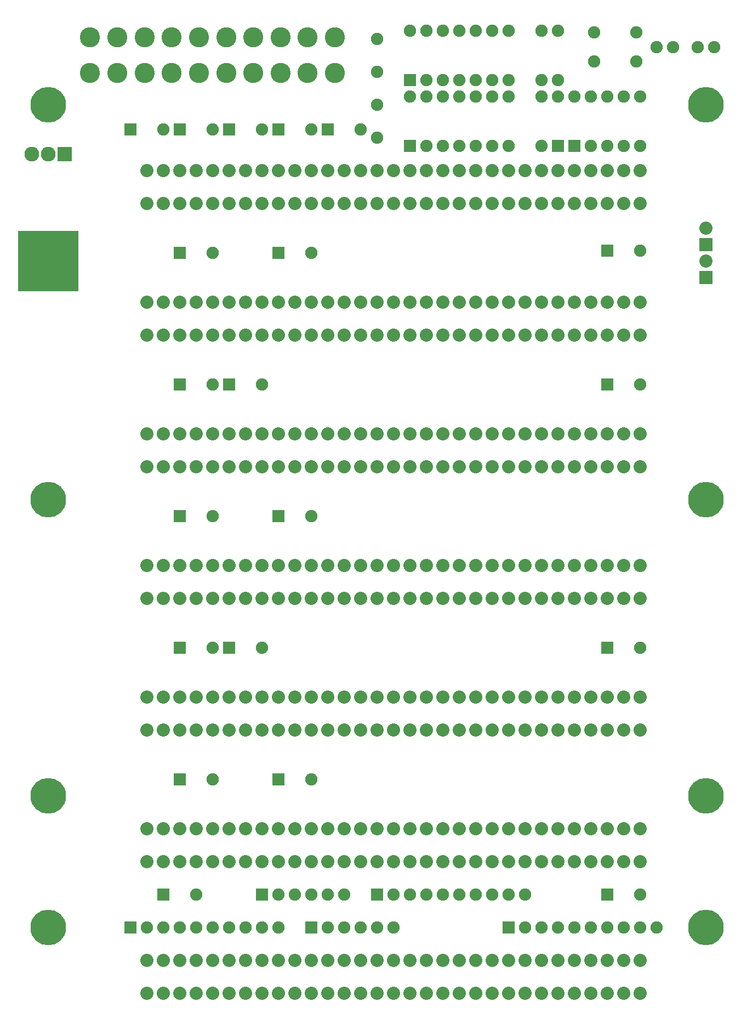
<source format=gbs>
G04 #@! TF.FileFunction,Soldermask,Bot*
%FSLAX46Y46*%
G04 Gerber Fmt 4.6, Leading zero omitted, Abs format (unit mm)*
G04 Created by KiCad (PCBNEW 4.0.1-stable) date 12/12/2017 1:59:10 PM*
%MOMM*%
G01*
G04 APERTURE LIST*
%ADD10C,0.150000*%
%ADD11R,1.905000X1.905000*%
%ADD12C,1.905000*%
%ADD13C,2.032000*%
%ADD14C,5.509260*%
%ADD15R,2.032000X2.032000*%
%ADD16C,3.108960*%
%ADD17C,1.907540*%
%ADD18R,2.286000X2.286000*%
%ADD19C,2.286000*%
%ADD20R,9.398000X9.398000*%
G04 APERTURE END LIST*
D10*
D11*
X116840000Y-71120000D03*
D12*
X119380000Y-71120000D03*
X121920000Y-71120000D03*
X124460000Y-71120000D03*
X127000000Y-71120000D03*
X129540000Y-71120000D03*
X132080000Y-71120000D03*
X132080000Y-63500000D03*
X129540000Y-63500000D03*
X127000000Y-63500000D03*
X124460000Y-63500000D03*
X121920000Y-63500000D03*
X119380000Y-63500000D03*
X116840000Y-63500000D03*
D13*
X76200000Y-80010000D03*
X78740000Y-80010000D03*
X81280000Y-80010000D03*
X83820000Y-80010000D03*
X86360000Y-80010000D03*
X88900000Y-80010000D03*
X91440000Y-80010000D03*
X93980000Y-80010000D03*
X96520000Y-80010000D03*
X99060000Y-80010000D03*
X101600000Y-80010000D03*
X104140000Y-80010000D03*
X106680000Y-80010000D03*
X109220000Y-80010000D03*
X111760000Y-80010000D03*
X114300000Y-80010000D03*
X116840000Y-80010000D03*
X119380000Y-80010000D03*
X121920000Y-80010000D03*
X124460000Y-80010000D03*
X127000000Y-80010000D03*
X129540000Y-80010000D03*
X132080000Y-80010000D03*
X134620000Y-80010000D03*
X137160000Y-80010000D03*
X139700000Y-80010000D03*
X142240000Y-80010000D03*
X144780000Y-80010000D03*
X147320000Y-80010000D03*
X149860000Y-80010000D03*
X152400000Y-80010000D03*
X76200000Y-74930000D03*
X78740000Y-74930000D03*
X81280000Y-74930000D03*
X83820000Y-74930000D03*
X86360000Y-74930000D03*
X88900000Y-74930000D03*
X91440000Y-74930000D03*
X93980000Y-74930000D03*
X96520000Y-74930000D03*
X99060000Y-74930000D03*
X101600000Y-74930000D03*
X104140000Y-74930000D03*
X106680000Y-74930000D03*
X109220000Y-74930000D03*
X111760000Y-74930000D03*
X114300000Y-74930000D03*
X116840000Y-74930000D03*
X119380000Y-74930000D03*
X121920000Y-74930000D03*
X124460000Y-74930000D03*
X127000000Y-74930000D03*
X129540000Y-74930000D03*
X132080000Y-74930000D03*
X134620000Y-74930000D03*
X137160000Y-74930000D03*
X139700000Y-74930000D03*
X142240000Y-74930000D03*
X144780000Y-74930000D03*
X147320000Y-74930000D03*
X149860000Y-74930000D03*
X152400000Y-74930000D03*
X76200000Y-100330000D03*
X78740000Y-100330000D03*
X81280000Y-100330000D03*
X83820000Y-100330000D03*
X86360000Y-100330000D03*
X88900000Y-100330000D03*
X91440000Y-100330000D03*
X93980000Y-100330000D03*
X96520000Y-100330000D03*
X99060000Y-100330000D03*
X101600000Y-100330000D03*
X104140000Y-100330000D03*
X106680000Y-100330000D03*
X109220000Y-100330000D03*
X111760000Y-100330000D03*
X114300000Y-100330000D03*
X116840000Y-100330000D03*
X119380000Y-100330000D03*
X121920000Y-100330000D03*
X124460000Y-100330000D03*
X127000000Y-100330000D03*
X129540000Y-100330000D03*
X132080000Y-100330000D03*
X134620000Y-100330000D03*
X137160000Y-100330000D03*
X139700000Y-100330000D03*
X142240000Y-100330000D03*
X144780000Y-100330000D03*
X147320000Y-100330000D03*
X149860000Y-100330000D03*
X152400000Y-100330000D03*
X76200000Y-95250000D03*
X78740000Y-95250000D03*
X81280000Y-95250000D03*
X83820000Y-95250000D03*
X86360000Y-95250000D03*
X88900000Y-95250000D03*
X91440000Y-95250000D03*
X93980000Y-95250000D03*
X96520000Y-95250000D03*
X99060000Y-95250000D03*
X101600000Y-95250000D03*
X104140000Y-95250000D03*
X106680000Y-95250000D03*
X109220000Y-95250000D03*
X111760000Y-95250000D03*
X114300000Y-95250000D03*
X116840000Y-95250000D03*
X119380000Y-95250000D03*
X121920000Y-95250000D03*
X124460000Y-95250000D03*
X127000000Y-95250000D03*
X129540000Y-95250000D03*
X132080000Y-95250000D03*
X134620000Y-95250000D03*
X137160000Y-95250000D03*
X139700000Y-95250000D03*
X142240000Y-95250000D03*
X144780000Y-95250000D03*
X147320000Y-95250000D03*
X149860000Y-95250000D03*
X152400000Y-95250000D03*
X76200000Y-120650000D03*
X78740000Y-120650000D03*
X81280000Y-120650000D03*
X83820000Y-120650000D03*
X86360000Y-120650000D03*
X88900000Y-120650000D03*
X91440000Y-120650000D03*
X93980000Y-120650000D03*
X96520000Y-120650000D03*
X99060000Y-120650000D03*
X101600000Y-120650000D03*
X104140000Y-120650000D03*
X106680000Y-120650000D03*
X109220000Y-120650000D03*
X111760000Y-120650000D03*
X114300000Y-120650000D03*
X116840000Y-120650000D03*
X119380000Y-120650000D03*
X121920000Y-120650000D03*
X124460000Y-120650000D03*
X127000000Y-120650000D03*
X129540000Y-120650000D03*
X132080000Y-120650000D03*
X134620000Y-120650000D03*
X137160000Y-120650000D03*
X139700000Y-120650000D03*
X142240000Y-120650000D03*
X144780000Y-120650000D03*
X147320000Y-120650000D03*
X149860000Y-120650000D03*
X152400000Y-120650000D03*
X76200000Y-115570000D03*
X78740000Y-115570000D03*
X81280000Y-115570000D03*
X83820000Y-115570000D03*
X86360000Y-115570000D03*
X88900000Y-115570000D03*
X91440000Y-115570000D03*
X93980000Y-115570000D03*
X96520000Y-115570000D03*
X99060000Y-115570000D03*
X101600000Y-115570000D03*
X104140000Y-115570000D03*
X106680000Y-115570000D03*
X109220000Y-115570000D03*
X111760000Y-115570000D03*
X114300000Y-115570000D03*
X116840000Y-115570000D03*
X119380000Y-115570000D03*
X121920000Y-115570000D03*
X124460000Y-115570000D03*
X127000000Y-115570000D03*
X129540000Y-115570000D03*
X132080000Y-115570000D03*
X134620000Y-115570000D03*
X137160000Y-115570000D03*
X139700000Y-115570000D03*
X142240000Y-115570000D03*
X144780000Y-115570000D03*
X147320000Y-115570000D03*
X149860000Y-115570000D03*
X152400000Y-115570000D03*
X76200000Y-140970000D03*
X78740000Y-140970000D03*
X81280000Y-140970000D03*
X83820000Y-140970000D03*
X86360000Y-140970000D03*
X88900000Y-140970000D03*
X91440000Y-140970000D03*
X93980000Y-140970000D03*
X96520000Y-140970000D03*
X99060000Y-140970000D03*
X101600000Y-140970000D03*
X104140000Y-140970000D03*
X106680000Y-140970000D03*
X109220000Y-140970000D03*
X111760000Y-140970000D03*
X114300000Y-140970000D03*
X116840000Y-140970000D03*
X119380000Y-140970000D03*
X121920000Y-140970000D03*
X124460000Y-140970000D03*
X127000000Y-140970000D03*
X129540000Y-140970000D03*
X132080000Y-140970000D03*
X134620000Y-140970000D03*
X137160000Y-140970000D03*
X139700000Y-140970000D03*
X142240000Y-140970000D03*
X144780000Y-140970000D03*
X147320000Y-140970000D03*
X149860000Y-140970000D03*
X152400000Y-140970000D03*
X76200000Y-135890000D03*
X78740000Y-135890000D03*
X81280000Y-135890000D03*
X83820000Y-135890000D03*
X86360000Y-135890000D03*
X88900000Y-135890000D03*
X91440000Y-135890000D03*
X93980000Y-135890000D03*
X96520000Y-135890000D03*
X99060000Y-135890000D03*
X101600000Y-135890000D03*
X104140000Y-135890000D03*
X106680000Y-135890000D03*
X109220000Y-135890000D03*
X111760000Y-135890000D03*
X114300000Y-135890000D03*
X116840000Y-135890000D03*
X119380000Y-135890000D03*
X121920000Y-135890000D03*
X124460000Y-135890000D03*
X127000000Y-135890000D03*
X129540000Y-135890000D03*
X132080000Y-135890000D03*
X134620000Y-135890000D03*
X137160000Y-135890000D03*
X139700000Y-135890000D03*
X142240000Y-135890000D03*
X144780000Y-135890000D03*
X147320000Y-135890000D03*
X149860000Y-135890000D03*
X152400000Y-135890000D03*
X76200000Y-161290000D03*
X78740000Y-161290000D03*
X81280000Y-161290000D03*
X83820000Y-161290000D03*
X86360000Y-161290000D03*
X88900000Y-161290000D03*
X91440000Y-161290000D03*
X93980000Y-161290000D03*
X96520000Y-161290000D03*
X99060000Y-161290000D03*
X101600000Y-161290000D03*
X104140000Y-161290000D03*
X106680000Y-161290000D03*
X109220000Y-161290000D03*
X111760000Y-161290000D03*
X114300000Y-161290000D03*
X116840000Y-161290000D03*
X119380000Y-161290000D03*
X121920000Y-161290000D03*
X124460000Y-161290000D03*
X127000000Y-161290000D03*
X129540000Y-161290000D03*
X132080000Y-161290000D03*
X134620000Y-161290000D03*
X137160000Y-161290000D03*
X139700000Y-161290000D03*
X142240000Y-161290000D03*
X144780000Y-161290000D03*
X147320000Y-161290000D03*
X149860000Y-161290000D03*
X152400000Y-161290000D03*
X76200000Y-156210000D03*
X78740000Y-156210000D03*
X81280000Y-156210000D03*
X83820000Y-156210000D03*
X86360000Y-156210000D03*
X88900000Y-156210000D03*
X91440000Y-156210000D03*
X93980000Y-156210000D03*
X96520000Y-156210000D03*
X99060000Y-156210000D03*
X101600000Y-156210000D03*
X104140000Y-156210000D03*
X106680000Y-156210000D03*
X109220000Y-156210000D03*
X111760000Y-156210000D03*
X114300000Y-156210000D03*
X116840000Y-156210000D03*
X119380000Y-156210000D03*
X121920000Y-156210000D03*
X124460000Y-156210000D03*
X127000000Y-156210000D03*
X129540000Y-156210000D03*
X132080000Y-156210000D03*
X134620000Y-156210000D03*
X137160000Y-156210000D03*
X139700000Y-156210000D03*
X142240000Y-156210000D03*
X144780000Y-156210000D03*
X147320000Y-156210000D03*
X149860000Y-156210000D03*
X152400000Y-156210000D03*
X76200000Y-181610000D03*
X78740000Y-181610000D03*
X81280000Y-181610000D03*
X83820000Y-181610000D03*
X86360000Y-181610000D03*
X88900000Y-181610000D03*
X91440000Y-181610000D03*
X93980000Y-181610000D03*
X96520000Y-181610000D03*
X99060000Y-181610000D03*
X101600000Y-181610000D03*
X104140000Y-181610000D03*
X106680000Y-181610000D03*
X109220000Y-181610000D03*
X111760000Y-181610000D03*
X114300000Y-181610000D03*
X116840000Y-181610000D03*
X119380000Y-181610000D03*
X121920000Y-181610000D03*
X124460000Y-181610000D03*
X127000000Y-181610000D03*
X129540000Y-181610000D03*
X132080000Y-181610000D03*
X134620000Y-181610000D03*
X137160000Y-181610000D03*
X139700000Y-181610000D03*
X142240000Y-181610000D03*
X144780000Y-181610000D03*
X147320000Y-181610000D03*
X149860000Y-181610000D03*
X152400000Y-181610000D03*
X76200000Y-176530000D03*
X78740000Y-176530000D03*
X81280000Y-176530000D03*
X83820000Y-176530000D03*
X86360000Y-176530000D03*
X88900000Y-176530000D03*
X91440000Y-176530000D03*
X93980000Y-176530000D03*
X96520000Y-176530000D03*
X99060000Y-176530000D03*
X101600000Y-176530000D03*
X104140000Y-176530000D03*
X106680000Y-176530000D03*
X109220000Y-176530000D03*
X111760000Y-176530000D03*
X114300000Y-176530000D03*
X116840000Y-176530000D03*
X119380000Y-176530000D03*
X121920000Y-176530000D03*
X124460000Y-176530000D03*
X127000000Y-176530000D03*
X129540000Y-176530000D03*
X132080000Y-176530000D03*
X134620000Y-176530000D03*
X137160000Y-176530000D03*
X139700000Y-176530000D03*
X142240000Y-176530000D03*
X144780000Y-176530000D03*
X147320000Y-176530000D03*
X149860000Y-176530000D03*
X152400000Y-176530000D03*
D11*
X73660000Y-68580000D03*
D12*
X78740000Y-68580000D03*
D11*
X147320000Y-87312500D03*
D12*
X152400000Y-87312500D03*
D11*
X81280000Y-107950000D03*
D12*
X86360000Y-107950000D03*
D11*
X147320000Y-107950000D03*
D12*
X152400000Y-107950000D03*
D11*
X81280000Y-148590000D03*
D12*
X86360000Y-148590000D03*
D11*
X147320000Y-148590000D03*
D12*
X152400000Y-148590000D03*
D11*
X78740000Y-186690000D03*
D12*
X83820000Y-186690000D03*
D11*
X147320000Y-186690000D03*
D12*
X152400000Y-186690000D03*
D11*
X96520000Y-87630000D03*
D12*
X101600000Y-87630000D03*
D11*
X96520000Y-128270000D03*
D12*
X101600000Y-128270000D03*
D11*
X96520000Y-168910000D03*
D12*
X101600000Y-168910000D03*
D11*
X88900000Y-107950000D03*
D12*
X93980000Y-107950000D03*
D11*
X88900000Y-148590000D03*
D12*
X93980000Y-148590000D03*
D11*
X81280000Y-87630000D03*
D12*
X86360000Y-87630000D03*
D11*
X81280000Y-128270000D03*
D12*
X86360000Y-128270000D03*
D11*
X81280000Y-168910000D03*
D12*
X86360000Y-168910000D03*
D11*
X104140000Y-68580000D03*
D12*
X109220000Y-68580000D03*
D11*
X88900000Y-68580000D03*
D12*
X93980000Y-68580000D03*
D11*
X96520000Y-68580000D03*
D12*
X101600000Y-68580000D03*
X157480000Y-55880000D03*
X154940000Y-55880000D03*
X163830000Y-55880000D03*
X161290000Y-55880000D03*
X139700000Y-63500000D03*
D11*
X139700000Y-71120000D03*
D12*
X142240000Y-63500000D03*
D11*
X142240000Y-71120000D03*
D14*
X60960000Y-171450000D03*
X60960000Y-125730000D03*
X162560000Y-64770000D03*
X162560000Y-191770000D03*
X162560000Y-171450000D03*
X162560000Y-125730000D03*
X60960000Y-191770000D03*
X60960000Y-64770000D03*
D15*
X162560000Y-86360000D03*
D13*
X162560000Y-83820000D03*
D16*
X88460580Y-59900820D03*
X84259420Y-59900820D03*
X80060800Y-59900820D03*
X75859640Y-59900820D03*
X71661020Y-59900820D03*
X67459860Y-59900820D03*
X105260140Y-54399180D03*
X101058980Y-54399180D03*
X96860360Y-54399180D03*
X92659200Y-54399180D03*
X88460580Y-54399180D03*
X84259420Y-54399180D03*
X80060800Y-54399180D03*
X75859640Y-54399180D03*
X71661020Y-54399180D03*
X67459860Y-54399180D03*
X92659200Y-59900820D03*
X96860360Y-59900820D03*
X101058980Y-59900820D03*
X105260140Y-59900820D03*
D12*
X147320000Y-71120000D03*
X147320000Y-63500000D03*
X144780000Y-71120000D03*
X144780000Y-63500000D03*
X137160000Y-71120000D03*
X137160000Y-63500000D03*
X149860000Y-71120000D03*
X149860000Y-63500000D03*
X137160000Y-53340000D03*
X137160000Y-60960000D03*
X139700000Y-53340000D03*
X139700000Y-60960000D03*
X152400000Y-63500000D03*
X152400000Y-71120000D03*
D11*
X132080000Y-191770000D03*
D12*
X134620000Y-191770000D03*
X137160000Y-191770000D03*
X139700000Y-191770000D03*
X142240000Y-191770000D03*
X144780000Y-191770000D03*
X147320000Y-191770000D03*
X149860000Y-191770000D03*
X152400000Y-191770000D03*
X154940000Y-191770000D03*
D11*
X111760000Y-186690000D03*
D12*
X114300000Y-186690000D03*
X116840000Y-186690000D03*
X119380000Y-186690000D03*
X121920000Y-186690000D03*
X124460000Y-186690000D03*
X127000000Y-186690000D03*
X129540000Y-186690000D03*
X132080000Y-186690000D03*
X134620000Y-186690000D03*
D11*
X73660000Y-191770000D03*
D12*
X76200000Y-191770000D03*
X78740000Y-191770000D03*
X81280000Y-191770000D03*
X83820000Y-191770000D03*
X86360000Y-191770000D03*
X88900000Y-191770000D03*
X91440000Y-191770000D03*
X93980000Y-191770000D03*
X96520000Y-191770000D03*
D17*
X151841200Y-53629560D03*
X151841200Y-58130440D03*
X145338800Y-53629560D03*
X145338800Y-58130440D03*
D13*
X76200000Y-201930000D03*
X78740000Y-201930000D03*
X81280000Y-201930000D03*
X83820000Y-201930000D03*
X86360000Y-201930000D03*
X88900000Y-201930000D03*
X91440000Y-201930000D03*
X93980000Y-201930000D03*
X96520000Y-201930000D03*
X99060000Y-201930000D03*
X101600000Y-201930000D03*
X104140000Y-201930000D03*
X106680000Y-201930000D03*
X109220000Y-201930000D03*
X111760000Y-201930000D03*
X114300000Y-201930000D03*
X116840000Y-201930000D03*
X119380000Y-201930000D03*
X121920000Y-201930000D03*
X124460000Y-201930000D03*
X127000000Y-201930000D03*
X129540000Y-201930000D03*
X132080000Y-201930000D03*
X134620000Y-201930000D03*
X137160000Y-201930000D03*
X139700000Y-201930000D03*
X142240000Y-201930000D03*
X144780000Y-201930000D03*
X147320000Y-201930000D03*
X149860000Y-201930000D03*
X152400000Y-201930000D03*
X76200000Y-196850000D03*
X78740000Y-196850000D03*
X81280000Y-196850000D03*
X83820000Y-196850000D03*
X86360000Y-196850000D03*
X88900000Y-196850000D03*
X91440000Y-196850000D03*
X93980000Y-196850000D03*
X96520000Y-196850000D03*
X99060000Y-196850000D03*
X101600000Y-196850000D03*
X104140000Y-196850000D03*
X106680000Y-196850000D03*
X109220000Y-196850000D03*
X111760000Y-196850000D03*
X114300000Y-196850000D03*
X116840000Y-196850000D03*
X119380000Y-196850000D03*
X121920000Y-196850000D03*
X124460000Y-196850000D03*
X127000000Y-196850000D03*
X129540000Y-196850000D03*
X132080000Y-196850000D03*
X134620000Y-196850000D03*
X137160000Y-196850000D03*
X139700000Y-196850000D03*
X142240000Y-196850000D03*
X144780000Y-196850000D03*
X147320000Y-196850000D03*
X149860000Y-196850000D03*
X152400000Y-196850000D03*
D15*
X162560000Y-91440000D03*
D13*
X162560000Y-88900000D03*
D11*
X101600000Y-191770000D03*
D12*
X104140000Y-191770000D03*
X106680000Y-191770000D03*
X109220000Y-191770000D03*
X111760000Y-191770000D03*
X114300000Y-191770000D03*
D11*
X93980000Y-186690000D03*
D12*
X96520000Y-186690000D03*
X99060000Y-186690000D03*
X101600000Y-186690000D03*
X104140000Y-186690000D03*
X106680000Y-186690000D03*
D11*
X116840000Y-60960000D03*
D12*
X119380000Y-60960000D03*
X121920000Y-60960000D03*
X124460000Y-60960000D03*
X127000000Y-60960000D03*
X129540000Y-60960000D03*
X132080000Y-60960000D03*
X132080000Y-53340000D03*
X129540000Y-53340000D03*
X127000000Y-53340000D03*
X124460000Y-53340000D03*
X121920000Y-53340000D03*
X119380000Y-53340000D03*
X116840000Y-53340000D03*
X111760000Y-64770000D03*
X111760000Y-69850000D03*
D11*
X81280000Y-68580000D03*
D12*
X86360000Y-68580000D03*
X111760000Y-54610000D03*
X111760000Y-59690000D03*
D18*
X63500000Y-72390000D03*
D19*
X60960000Y-72390000D03*
X58420000Y-72390000D03*
D20*
X60960000Y-88900000D03*
M02*

</source>
